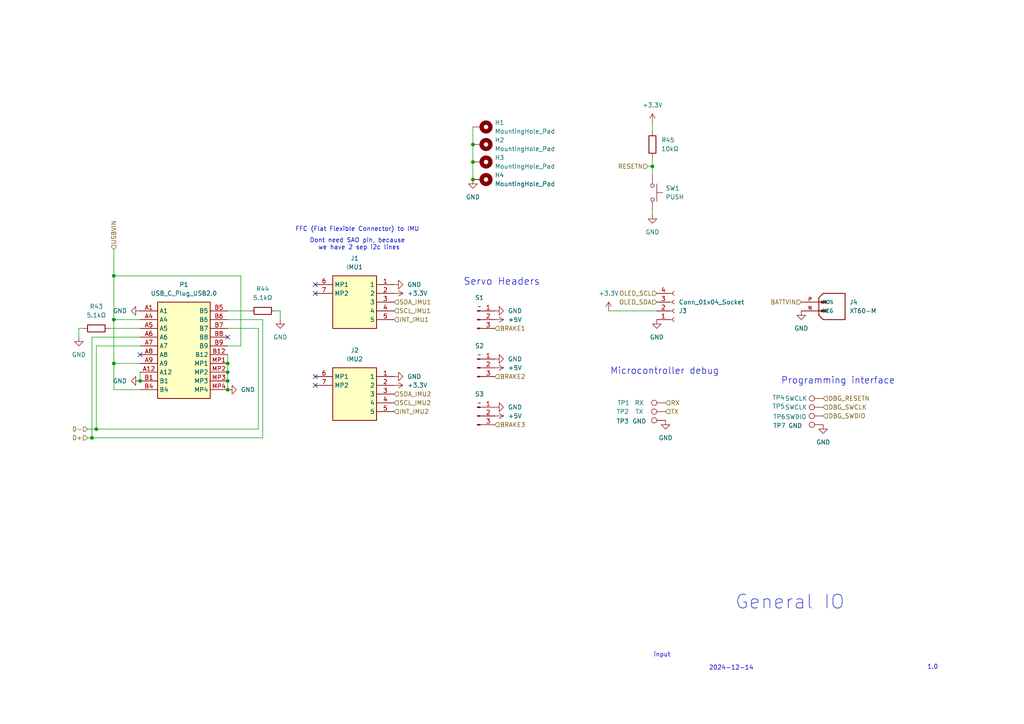
<source format=kicad_sch>
(kicad_sch (version 20250114) (generator "eeschema") (generator_version "9.0")
  (paper "A4")
  (lib_symbols
    (symbol "59453-052110ECHLF:59453-052110ECHLF"
      (property "Reference" "J" (at 19.05 7.62 0))
      (property "Value" "59453-052110ECHLF" (at 19.05 5.08 0))
      (symbol "59453-052110ECHLF_1_1"
        (rectangle (start 5.08 2.54) (end 17.78 -12.7) (stroke (width 0.254)) (fill (type background)))
        (pin passive line (at 0 0 0) (length 5.08) (name "MP1") (number "6"))
        (pin passive line (at 0 -2.54 0) (length 5.08) (name "MP2") (number "7"))
        (pin passive line (at 22.86 0 180) (length 5.08) (name "1") (number "1"))
        (pin passive line (at 22.86 -2.54 180) (length 5.08) (name "2") (number "2"))
        (pin passive line (at 22.86 -5.08 180) (length 5.08) (name "3") (number "3"))
        (pin passive line (at 22.86 -7.62 180) (length 5.08) (name "4") (number "4"))
        (pin passive line (at 22.86 -10.16 180) (length 5.08) (name "5") (number "5"))
      )
    )
    (symbol "Connector:Conn_01x03_Pin" (pin_names (offset 1.016) (hide yes))
      (property "Reference" "J" (at 0 5.08 0))
      (property "Value" "Conn_01x03_Pin" (at 0 -5.08 0))
      (symbol "Conn_01x03_Pin_1_1"
        (rectangle (start 0.8636 2.667) (end 0 2.413) (stroke (width 0.1524)) (fill (type outline)))
        (rectangle (start 0.8636 0.127) (end 0 -0.127) (stroke (width 0.1524)) (fill (type outline)))
        (rectangle (start 0.8636 -2.413) (end 0 -2.667) (stroke (width 0.1524)) (fill (type outline)))
        (polyline (pts (xy 1.27 2.54) (xy 0.8636 2.54)) (stroke (width 0.1524)))
        (polyline (pts (xy 1.27 0) (xy 0.8636 0)) (stroke (width 0.1524)))
        (polyline (pts (xy 1.27 -2.54) (xy 0.8636 -2.54)) (stroke (width 0.1524)))
        (pin passive line (at 5.08 2.54 180) (length 3.81) (name "Pin_1") (number "1"))
        (pin passive line (at 5.08 0 180) (length 3.81) (name "Pin_2") (number "2"))
        (pin passive line (at 5.08 -2.54 180) (length 3.81) (name "Pin_3") (number "3"))
      )
    )
    (symbol "Connector:Conn_01x04_Socket" (pin_names (offset 1.016) (hide yes))
      (property "Reference" "J" (at 0 5.08 0))
      (property "Value" "Conn_01x04_Socket" (at 0 -7.62 0))
      (symbol "Conn_01x04_Socket_1_1"
        (polyline (pts (xy -1.27 2.54) (xy -0.508 2.54)) (stroke (width 0.1524)))
        (polyline (pts (xy -1.27 0) (xy -0.508 0)) (stroke (width 0.1524)))
        (polyline (pts (xy -1.27 -2.54) (xy -0.508 -2.54)) (stroke (width 0.1524)))
        (polyline (pts (xy -1.27 -5.08) (xy -0.508 -5.08)) (stroke (width 0.1524)))
        (arc (start 0 2.032) (mid -0.5058 2.54) (end 0 3.048) (stroke (width 0.1524)))
        (arc (start 0 -0.508) (mid -0.5058 0) (end 0 0.508) (stroke (width 0.1524)))
        (arc (start 0 -3.048) (mid -0.5058 -2.54) (end 0 -2.032) (stroke (width 0.1524)))
        (arc (start 0 -5.588) (mid -0.5058 -5.08) (end 0 -4.572) (stroke (width 0.1524)))
        (pin passive line (at -5.08 2.54 0) (length 3.81) (name "Pin_1") (number "1"))
        (pin passive line (at -5.08 0 0) (length 3.81) (name "Pin_2") (number "2"))
        (pin passive line (at -5.08 -2.54 0) (length 3.81) (name "Pin_3") (number "3"))
        (pin passive line (at -5.08 -5.08 0) (length 3.81) (name "Pin_4") (number "4"))
      )
    )
    (symbol "Connector:TestPoint" (pin_numbers (hide yes)) (pin_names (offset 0.762) (hide yes))
      (property "Reference" "TP" (at 0 6.858 0))
      (property "Value" "TestPoint" (at 0 5.08 0))
      (symbol "TestPoint_0_1"
        (circle (center 0 3.302) (radius 0.762))
      )
      (symbol "TestPoint_1_1"
        (pin passive line (at 0 0 90) (length 2.54) (name "1") (number "1"))
      )
    )
    (symbol "Device:R" (pin_numbers (hide yes)) (pin_names (offset 0))
      (property "Reference" "R" (at 2.032 0 90))
      (property "Value" "R" (at 0 0 90))
      (symbol "R_0_1"
        (rectangle (start -1.016 -2.54) (end 1.016 2.54) (stroke (width 0.254)))
      )
      (symbol "R_1_1"
        (pin passive line (at 0 3.81 270) (length 1.27) (name "~") (number "1"))
        (pin passive line (at 0 -3.81 90) (length 1.27) (name "~") (number "2"))
      )
    )
    (symbol "Mechanical:MountingHole_Pad" (pin_numbers (hide yes)) (pin_names (offset 1.016) (hide yes)) (exclude_from_sim yes) (in_bom no)
      (property "Reference" "H" (at 0 6.35 0))
      (property "Value" "MountingHole_Pad" (at 0 4.445 0))
      (symbol "MountingHole_Pad_0_1"
        (circle (center 0 1.27) (radius 1.27) (stroke (width 1.27)))
      )
      (symbol "MountingHole_Pad_1_1"
        (pin input line (at 0 -2.54 90) (length 2.54) (name "1") (number "1"))
      )
    )
    (symbol "Switch:SW_Push" (pin_numbers (hide yes)) (pin_names (offset 1.016) (hide yes))
      (property "Reference" "SW" (at 1.27 2.54 0))
      (property "Value" "SW_Push" (at 0 -1.524 0))
      (symbol "SW_Push_0_1"
        (circle (center -2.032 0) (radius 0.508))
        (polyline (pts (xy 0 1.27) (xy 0 3.048)))
        (circle (center 2.032 0) (radius 0.508))
        (polyline (pts (xy 2.54 1.27) (xy -2.54 1.27)))
        (pin passive line (at -5.08 0 0) (length 2.54) (name "1") (number "1"))
        (pin passive line (at 5.08 0 180) (length 2.54) (name "2") (number "2"))
      )
    )
    (symbol "USB4110-GF-A:USB4110-GF-A"
      (property "Reference" "J" (at 21.59 7.62 0))
      (property "Value" "USB4110-GF-A" (at 21.59 5.08 0))
      (symbol "USB4110-GF-A_1_1"
        (rectangle (start 5.08 2.54) (end 20.32 -25.4) (stroke (width 0.254)) (fill (type background)))
        (pin passive line (at 0 0 0) (length 5.08) (name "A1") (number "A1"))
        (pin passive line (at 0 -2.54 0) (length 5.08) (name "A4") (number "A4"))
        (pin passive line (at 0 -5.08 0) (length 5.08) (name "A5") (number "A5"))
        (pin passive line (at 0 -7.62 0) (length 5.08) (name "A6") (number "A6"))
        (pin passive line (at 0 -10.16 0) (length 5.08) (name "A7") (number "A7"))
        (pin passive line (at 0 -12.7 0) (length 5.08) (name "A8") (number "A8"))
        (pin passive line (at 0 -15.24 0) (length 5.08) (name "A9") (number "A9"))
        (pin passive line (at 0 -17.78 0) (length 5.08) (name "A12") (number "A12"))
        (pin passive line (at 0 -20.32 0) (length 5.08) (name "B1") (number "B1"))
        (pin passive line (at 0 -22.86 0) (length 5.08) (name "B4") (number "B4"))
        (pin passive line (at 25.4 0 180) (length 5.08) (name "B5") (number "B5"))
        (pin passive line (at 25.4 -2.54 180) (length 5.08) (name "B6") (number "B6"))
        (pin passive line (at 25.4 -5.08 180) (length 5.08) (name "B7") (number "B7"))
        (pin passive line (at 25.4 -7.62 180) (length 5.08) (name "B8") (number "B8"))
        (pin passive line (at 25.4 -10.16 180) (length 5.08) (name "B9") (number "B9"))
        (pin passive line (at 25.4 -12.7 180) (length 5.08) (name "B12") (number "B12"))
        (pin passive line (at 25.4 -15.24 180) (length 5.08) (name "MP1") (number "MP1"))
        (pin passive line (at 25.4 -17.78 180) (length 5.08) (name "MP2") (number "MP2"))
        (pin passive line (at 25.4 -20.32 180) (length 5.08) (name "MP3") (number "MP3"))
        (pin passive line (at 25.4 -22.86 180) (length 5.08) (name "MP4") (number "MP4"))
      )
    )
    (symbol "XT60-M:XT60-M" (pin_names (offset 1.016))
      (property "Reference" "J" (at 0 6.35 0))
      (property "Value" "XT60-M" (at 0 -5.08 0))
      (symbol "XT60-M_0_0"
        (polyline (pts (xy 0 3.81) (xy 0 2.54)) (stroke (width 0.254)))
        (polyline (pts (xy 0 3.81) (xy 1.27 5.08)) (stroke (width 0.254)))
        (polyline (pts (xy 0 2.54) (xy 0 -1.27)) (stroke (width 0.254)))
        (polyline (pts (xy 0 2.54) (xy 1.905 2.54)) (stroke (width 0.254)))
        (polyline (pts (xy 0 0) (xy 1.905 0)) (stroke (width 0.254)))
        (polyline (pts (xy 0 -1.27) (xy 1.27 -2.54)) (stroke (width 0.254)))
        (rectangle (start 0.635 2.2225) (end 2.2225 2.8575) (stroke (width 0.1)) (fill (type outline)))
        (rectangle (start 0.635 -0.3175) (end 2.2225 0.3175) (stroke (width 0.1)) (fill (type outline)))
        (polyline (pts (xy 1.27 -2.54) (xy 7.62 -2.54)) (stroke (width 0.254)))
        (polyline (pts (xy 7.62 5.08) (xy 1.27 5.08)) (stroke (width 0.254)))
        (polyline (pts (xy 7.62 -2.54) (xy 7.62 5.08)) (stroke (width 0.254)))
        (pin passive line (at -5.08 2.54 0) (length 5.08) (name "POS") (number "P"))
        (pin passive line (at -5.08 0 0) (length 5.08) (name "NEG") (number "N"))
      )
    )
    (symbol "power:+3.3V" (power) (pin_numbers (hide yes)) (pin_names (offset 0) (hide yes))
      (property "Value" "+3.3V" (at 0 3.556 0))
      (symbol "+3.3V_0_1"
        (polyline (pts (xy -0.762 1.27) (xy 0 2.54)))
        (polyline (pts (xy 0 2.54) (xy 0.762 1.27)))
        (polyline (pts (xy 0 0) (xy 0 2.54)))
      )
      (symbol "+3.3V_1_1"
        (pin power_in line (at 0 0 90) (length 0) (name "~") (number "1"))
      )
    )
    (symbol "power:+5V" (power) (pin_numbers (hide yes)) (pin_names (offset 0) (hide yes))
      (property "Value" "+5V" (at 0 3.556 0))
      (symbol "+5V_0_1"
        (polyline (pts (xy -0.762 1.27) (xy 0 2.54)))
        (polyline (pts (xy 0 2.54) (xy 0.762 1.27)))
        (polyline (pts (xy 0 0) (xy 0 2.54)))
      )
      (symbol "+5V_1_1"
        (pin power_in line (at 0 0 90) (length 0) (name "~") (number "1"))
      )
    )
    (symbol "power:GND" (power) (pin_numbers (hide yes)) (pin_names (offset 0) (hide yes))
      (property "Value" "GND" (at 0 -3.81 0))
      (symbol "GND_0_1"
        (polyline (pts (xy 0 0) (xy 0 -1.27) (xy 1.27 -1.27) (xy 0 -2.54) (xy -1.27 -1.27) (xy 0 -1.27)))
      )
      (symbol "GND_1_1"
        (pin power_in line (at 0 0 270) (length 0) (name "~") (number "1"))
      )
    )
  )
  (text "input\n" (at 192.024 189.992 0) (effects (font (size 1.27 1.27))))
  (text "Dont need SAO pin, because \nwe have 2 sep i2c lines" (at 104.14 70.866 0) (effects (font (size 1.27 1.27))))
  (text "General IO" (at 229.108 174.752 0) (effects (font (size 4 4))))
  (text "FFC (Flat Flexible Connector) to IMU" (at 103.632 66.548 0) (effects (font (size 1.27 1.27))))
  (text "Programming interface" (at 243.078 110.49 0) (effects (font (size 1.905 1.905))))
  (text "Microcontroller debug" (at 192.786 107.696 0) (effects (font (size 1.905 1.905))))
  (text "Servo Headers" (at 145.542 81.788 0) (effects (font (size 2.032 2.032))))
  (text "2024-12-14" (at 212.09 193.802 0) (effects (font (size 1.27 1.27))))
  (text "1.0" (at 270.51 193.548 0) (effects (font (size 1.27 1.27))))
  (junction (at 137.16 41.91))
  (junction (at 40.64 110.49))
  (junction (at 189.23 48.26))
  (junction (at 66.04 105.41))
  (junction (at 26.67 127))
  (junction (at 66.04 110.49))
  (junction (at 33.02 80.01))
  (junction (at 137.16 52.07))
  (junction (at 137.16 46.99))
  (junction (at 33.02 92.71))
  (junction (at 66.04 113.03))
  (junction (at 27.94 124.46))
  (junction (at 33.02 105.41))
  (junction (at 66.04 107.95))
  (no_connect (at 91.44 109.22))
  (no_connect (at 91.44 111.76))
  (no_connect (at 91.44 85.09))
  (no_connect (at 40.64 102.87))
  (no_connect (at 91.44 82.55))
  (no_connect (at 66.04 97.79))
  (wire (pts (xy 66.04 102.87) (xy 66.04 105.41)))
  (wire (pts (xy 66.04 107.95) (xy 66.04 110.49)))
  (wire (pts (xy 176.53 90.17) (xy 190.5 90.17)))
  (wire (pts (xy 26.67 97.79) (xy 40.64 97.79)))
  (wire (pts (xy 27.94 124.46) (xy 74.93 124.46)))
  (wire (pts (xy 33.02 92.71) (xy 40.64 92.71)))
  (wire (pts (xy 66.04 100.33) (xy 69.85 100.33)))
  (wire (pts (xy 26.67 127) (xy 76.2 127)))
  (wire (pts (xy 189.23 35.56) (xy 189.23 38.1)))
  (wire (pts (xy 74.93 95.25) (xy 74.93 124.46)))
  (wire (pts (xy 69.85 80.01) (xy 33.02 80.01)))
  (wire (pts (xy 187.96 48.26) (xy 189.23 48.26)))
  (wire (pts (xy 25.4 127) (xy 26.67 127)))
  (wire (pts (xy 66.04 95.25) (xy 74.93 95.25)))
  (wire (pts (xy 189.23 60.96) (xy 189.23 62.23)))
  (wire (pts (xy 33.02 92.71) (xy 33.02 105.41)))
  (wire (pts (xy 66.04 90.17) (xy 72.39 90.17)))
  (wire (pts (xy 26.67 127) (xy 26.67 97.79)))
  (wire (pts (xy 27.94 124.46) (xy 27.94 100.33)))
  (wire (pts (xy 66.04 105.41) (xy 66.04 107.95)))
  (wire (pts (xy 137.16 36.83) (xy 137.16 41.91)))
  (wire (pts (xy 137.16 46.99) (xy 137.16 52.07)))
  (wire (pts (xy 22.86 95.25) (xy 22.86 97.79)))
  (wire (pts (xy 33.02 105.41) (xy 40.64 105.41)))
  (wire (pts (xy 189.23 48.26) (xy 189.23 50.8)))
  (wire (pts (xy 33.02 72.39) (xy 33.02 80.01)))
  (wire (pts (xy 33.02 80.01) (xy 33.02 92.71)))
  (wire (pts (xy 40.64 107.95) (xy 40.64 110.49)))
  (wire (pts (xy 69.85 100.33) (xy 69.85 80.01)))
  (wire (pts (xy 25.4 124.46) (xy 27.94 124.46)))
  (wire (pts (xy 66.04 92.71) (xy 76.2 92.71)))
  (wire (pts (xy 40.64 113.03) (xy 33.02 113.03)))
  (wire (pts (xy 31.75 95.25) (xy 40.64 95.25)))
  (wire (pts (xy 189.23 45.72) (xy 189.23 48.26)))
  (wire (pts (xy 80.01 90.17) (xy 81.28 90.17)))
  (wire (pts (xy 137.16 41.91) (xy 137.16 46.99)))
  (wire (pts (xy 76.2 92.71) (xy 76.2 127)))
  (wire (pts (xy 81.28 90.17) (xy 81.28 92.71)))
  (wire (pts (xy 27.94 100.33) (xy 40.64 100.33)))
  (wire (pts (xy 66.04 110.49) (xy 66.04 113.03)))
  (wire (pts (xy 24.13 95.25) (xy 22.86 95.25)))
  (wire (pts (xy 33.02 113.03) (xy 33.02 105.41)))
  (hierarchical_label "RX" (shape input) (at 193.04 116.84 0))
  (hierarchical_label "OLED_SDA" (shape input) (at 190.5 87.63 180))
  (hierarchical_label "SDA_IMU2" (shape input) (at 114.3 114.3 0))
  (hierarchical_label "SCL_IMU2" (shape input) (at 114.3 116.84 0))
  (hierarchical_label "DBG_RESETN" (shape input) (at 238.76 115.57 0))
  (hierarchical_label "TX" (shape input) (at 193.04 119.38 0))
  (hierarchical_label "D+" (shape input) (at 25.4 127 180))
  (hierarchical_label "RESETN" (shape input) (at 187.96 48.26 180))
  (hierarchical_label "OLED_SCL" (shape input) (at 190.5 85.09 180))
  (hierarchical_label "INT_IMU2" (shape input) (at 114.3 119.38 0))
  (hierarchical_label "DBG_SWCLK" (shape input) (at 238.76 118.11 0))
  (hierarchical_label "BRAKE2" (shape input) (at 143.51 109.22 0))
  (hierarchical_label "BRAKE1" (shape input) (at 143.51 95.25 0))
  (hierarchical_label "BATTVIN" (shape input) (at 232.41 87.63 180))
  (hierarchical_label "SCL_IMU1" (shape input) (at 114.3 90.17 0))
  (hierarchical_label "D-" (shape input) (at 25.4 124.46 180))
  (hierarchical_label "DBG_SWDIO" (shape input) (at 238.76 120.65 0))
  (hierarchical_label "BRAKE3" (shape input) (at 143.51 123.19 0))
  (hierarchical_label "USBVIN" (shape input) (at 33.02 72.39 90))
  (hierarchical_label "SDA_IMU1" (shape input) (at 114.3 87.63 0))
  (hierarchical_label "INT_IMU1" (shape input) (at 114.3 92.71 0))
  (symbol (lib_id "Connector:Conn_01x03_Pin") (at 138.43 120.65 0) (unit 1)
    (property "Reference" "S3" (at 139.065 114.3 0))
    (property "Value" "~" (at 139.065 116.84 0))
    (property "Footprint" "Connector_PinHeader_2.54mm:PinHeader_1x03_P2.54mm_Vertical" (effects (hide yes)))
    (property "Description" "Generic connector, single row, 01x03, script generated" (effects (hide yes)))
  )
  (symbol (lib_id "Connector:TestPoint") (at 238.76 123.19 90) (mirror x) (unit 1)
    (property "Reference" "TP7" (at 226.06 123.444 90))
    (property "Value" "GND" (at 230.632 123.444 90))
    (property "Footprint" "TestPoint:TestPoint_Pad_D1.5mm" (effects (hide yes)))
    (property "Description" "test point" (effects (hide yes)))
  )
  (symbol (lib_id "power:+5V") (at 143.51 92.71 270) (unit 1)
    (property "Reference" "#PWR076" (effects (hide yes)))
    (property "Value" "+5V" (at 147.32 92.7099 90) (effects (justify left)))
    (property "Description" "Power symbol creates a global label with name \"+5V\"" (effects (hide yes)))
  )
  (symbol (lib_id "power:+3.3V") (at 189.23 35.56 0) (unit 1)
    (property "Reference" "#PWR082" (effects (hide yes)))
    (property "Value" "+3.3V" (at 189.23 30.48 0))
    (property "Description" "Power symbol creates a global label with name \"+3.3V\"" (effects (hide yes)))
  )
  (symbol (lib_id "Switch:SW_Push") (at 189.23 55.88 270) (unit 1)
    (property "Reference" "SW1" (at 193.04 54.6099 90) (effects (justify left)))
    (property "Value" "PUSH" (at 193.04 57.1499 90) (effects (justify left)))
    (property "Footprint" "Button_Switch_THT:SW_PUSH_6mm" (effects (hide yes)))
    (property "Description" "Push button switch, generic, two pins" (effects (hide yes)))
  )
  (symbol (lib_id "power:GND") (at 81.28 92.71 0) (unit 1)
    (property "Reference" "#PWR069" (effects (hide yes)))
    (property "Value" "GND" (at 81.28 97.79 0))
    (property "Description" "Power symbol creates a global label with name \"GND\" , ground" (effects (hide yes)))
  )
  (symbol (lib_id "Connector:TestPoint") (at 193.04 121.92 90) (mirror x) (unit 1)
    (property "Reference" "TP3" (at 180.594 122.174 90))
    (property "Value" "GND" (at 185.42 122.174 90))
    (property "Footprint" "TestPoint:TestPoint_Pad_D1.5mm" (effects (hide yes)))
    (property "Description" "test point" (effects (hide yes)))
  )
  (symbol (lib_id "59453-052110ECHLF:59453-052110ECHLF") (at 91.44 109.22 0) (unit 1)
    (property "Reference" "J2" (at 102.87 101.6 0))
    (property "Value" "IMU2" (at 102.87 104.14 0))
    (property "Footprint" "kuben-footprints:59453052110ECHLF" (effects (hide yes)))
    (property "Datasheet" "https://cdn.amphenol-cs.com/media/wysiwyg/files/drawing/59453-0_2110echlf.pdf" (effects (hide yes)))
    (property "Description" "0.50mm Flex Connectors, FPC/FFC Side Entry ZIF Connector, Surface Mount, 5 Positions, Top Contact, 0.50mm (0.020in) Pitch." (effects (hide yes)))
    (property "Height" "1" (effects (hide yes)))
    (property "Manufacturer_Name" "Amphenol Communications Solutions" (effects (hide yes)))
    (property "Manufacturer_Part_Number" "59453-052110ECHLF" (effects (hide yes)))
  )
  (symbol (lib_id "Mechanical:MountingHole_Pad") (at 139.7 52.07 270) (unit 1) (exclude_from_sim yes) (in_bom no)
    (property "Reference" "H4" (at 143.51 50.7999 90) (effects (justify left)))
    (property "Value" "MountingHole_Pad" (at 143.51 53.3399 90) (effects (justify left)))
    (property "Footprint" "MountingHole:MountingHole_3.2mm_M3_DIN965_Pad" (effects (hide yes)))
    (property "Description" "Mounting Hole with connection" (effects (hide yes)))
  )
  (symbol (lib_id "Mechanical:MountingHole_Pad") (at 139.7 36.83 270) (unit 1) (exclude_from_sim yes) (in_bom no)
    (property "Reference" "H1" (at 143.51 35.5599 90) (effects (justify left)))
    (property "Value" "MountingHole_Pad" (at 143.51 38.0999 90) (effects (justify left)))
    (property "Footprint" "MountingHole:MountingHole_3.2mm_M3_DIN965_Pad" (effects (hide yes)))
    (property "Description" "Mounting Hole with connection" (effects (hide yes)))
  )
  (symbol (lib_id "power:GND") (at 137.16 52.07 0) (unit 1)
    (property "Reference" "#PWR074" (effects (hide yes)))
    (property "Value" "GND" (at 137.16 57.15 0))
    (property "Description" "Power symbol creates a global label with name \"GND\" , ground" (effects (hide yes)))
  )
  (symbol (lib_id "power:GND") (at 143.51 90.17 90) (unit 1)
    (property "Reference" "#PWR075" (effects (hide yes)))
    (property "Value" "GND" (at 147.32 90.1699 90) (effects (justify right)))
    (property "Description" "Power symbol creates a global label with name \"GND\" , ground" (effects (hide yes)))
  )
  (symbol (lib_id "Device:R") (at 189.23 41.91 0) (unit 1)
    (property "Reference" "R45" (at 191.77 40.6399 0) (effects (justify left)))
    (property "Value" "10kΩ" (at 191.77 43.1799 0) (effects (justify left)))
    (property "Footprint" "Resistor_SMD:R_0603_1608Metric" (effects (hide yes)))
    (property "Description" "Resistor" (effects (hide yes)))
  )
  (symbol (lib_id "power:+5V") (at 143.51 106.68 270) (unit 1)
    (property "Reference" "#PWR078" (effects (hide yes)))
    (property "Value" "+5V" (at 147.32 106.6799 90) (effects (justify left)))
    (property "Description" "Power symbol creates a global label with name \"+5V\"" (effects (hide yes)))
  )
  (symbol (lib_id "USB4110-GF-A:USB4110-GF-A") (at 40.64 90.17 0) (unit 1)
    (property "Reference" "P1" (at 53.34 82.55 0))
    (property "Value" "USB_C_Plug_USB2.0" (at 53.34 85.09 0))
    (property "Footprint" "kuben-footprints:USB4110GFA" (effects (hide yes)))
    (property "Datasheet" "https://gct.co/files/drawings/usb4110.pdf" (effects (hide yes)))
    (property "Description" "CONN USB 2.0 TYPE-C R/A SMT" (effects (hide yes)))
    (property "Height" "3.26" (effects (hide yes)))
    (property "Mouser Part Number" "640-USB4110-GF-A" (effects (hide yes)))
    (property "Mouser Price/Stock" "https://www.mouser.co.uk/ProductDetail/GCT/USB4110-GF-A?qs=KUoIvG%2F9IlYiZvIXQjyJeA%3D%3D" (effects (hide yes)))
    (property "Manufacturer_Name" "GCT (GLOBAL CONNECTOR TECHNOLOGY)" (effects (hide yes)))
    (property "Manufacturer_Part_Number" "USB4110-GF-A" (effects (hide yes)))
  )
  (symbol (lib_id "power:GND") (at 114.3 109.22 90) (unit 1)
    (property "Reference" "#PWR072" (effects (hide yes)))
    (property "Value" "GND" (at 118.11 109.2199 90) (effects (justify right)))
    (property "Description" "Power symbol creates a global label with name \"GND\" , ground" (effects (hide yes)))
  )
  (symbol (lib_id "power:GND") (at 193.04 121.92 0) (unit 1)
    (property "Reference" "#PWR085" (effects (hide yes)))
    (property "Value" "GND" (at 193.04 127 0))
    (property "Description" "Power symbol creates a global label with name \"GND\" , ground" (effects (hide yes)))
  )
  (symbol (lib_id "power:GND") (at 190.5 92.71 0) (unit 1)
    (property "Reference" "#PWR084" (effects (hide yes)))
    (property "Value" "GND" (at 190.5 97.79 0))
    (property "Description" "Power symbol creates a global label with name \"GND\" , ground" (effects (hide yes)))
  )
  (symbol (lib_id "power:GND") (at 66.04 113.03 90) (unit 1)
    (property "Reference" "#PWR068" (effects (hide yes)))
    (property "Value" "GND" (at 69.85 113.0299 90) (effects (justify right)))
    (property "Description" "Power symbol creates a global label with name \"GND\" , ground" (effects (hide yes)))
  )
  (symbol (lib_id "power:GND") (at 143.51 118.11 90) (unit 1)
    (property "Reference" "#PWR079" (effects (hide yes)))
    (property "Value" "GND" (at 147.32 118.1099 90) (effects (justify right)))
    (property "Description" "Power symbol creates a global label with name \"GND\" , ground" (effects (hide yes)))
  )
  (symbol (lib_id "power:+5V") (at 143.51 120.65 270) (unit 1)
    (property "Reference" "#PWR080" (effects (hide yes)))
    (property "Value" "+5V" (at 147.32 120.6499 90) (effects (justify left)))
    (property "Description" "Power symbol creates a global label with name \"+5V\"" (effects (hide yes)))
  )
  (symbol (lib_id "power:GND") (at 143.51 104.14 90) (unit 1)
    (property "Reference" "#PWR077" (effects (hide yes)))
    (property "Value" "GND" (at 147.32 104.1399 90) (effects (justify right)))
    (property "Description" "Power symbol creates a global label with name \"GND\" , ground" (effects (hide yes)))
  )
  (symbol (lib_id "Device:R") (at 76.2 90.17 270) (unit 1)
    (property "Reference" "R44" (at 76.2 83.82 90))
    (property "Value" "5.1kΩ" (at 76.2 86.36 90))
    (property "Footprint" "Resistor_SMD:R_0603_1608Metric" (effects (hide yes)))
    (property "Description" "Resistor" (effects (hide yes)))
  )
  (symbol (lib_id "power:GND") (at 232.41 90.17 0) (unit 1)
    (property "Reference" "#PWR086" (effects (hide yes)))
    (property "Value" "GND" (at 232.41 95.25 0))
    (property "Description" "Power symbol creates a global label with name \"GND\" , ground" (effects (hide yes)))
  )
  (symbol (lib_id "Connector:TestPoint") (at 238.76 118.11 90) (unit 1)
    (property "Reference" "TP5" (at 225.806 117.856 90))
    (property "Value" "SWCLK" (at 230.886 118.11 90))
    (property "Footprint" "TestPoint:TestPoint_Pad_D1.5mm" (effects (hide yes)))
    (property "Description" "test point" (effects (hide yes)))
  )
  (symbol (lib_id "Connector:Conn_01x03_Pin") (at 138.43 92.71 0) (unit 1)
    (property "Reference" "S1" (at 139.065 86.36 0))
    (property "Value" "~" (at 139.065 88.9 0))
    (property "Footprint" "Connector_PinHeader_2.54mm:PinHeader_1x03_P2.54mm_Vertical" (effects (hide yes)))
    (property "Description" "Generic connector, single row, 01x03, script generated" (effects (hide yes)))
  )
  (symbol (lib_id "Connector:TestPoint") (at 238.76 120.65 90) (mirror x) (unit 1)
    (property "Reference" "TP6" (at 226.06 120.904 90))
    (property "Value" "SWDIO" (at 230.886 120.904 90))
    (property "Footprint" "TestPoint:TestPoint_Pad_D1.5mm" (effects (hide yes)))
    (property "Description" "test point" (effects (hide yes)))
  )
  (symbol (lib_id "Mechanical:MountingHole_Pad") (at 139.7 41.91 270) (unit 1) (exclude_from_sim yes) (in_bom no)
    (property "Reference" "H2" (at 143.51 40.6399 90) (effects (justify left)))
    (property "Value" "MountingHole_Pad" (at 143.51 43.1799 90) (effects (justify left)))
    (property "Footprint" "MountingHole:MountingHole_3.2mm_M3_DIN965_Pad" (effects (hide yes)))
    (property "Description" "Mounting Hole with connection" (effects (hide yes)))
  )
  (symbol (lib_id "power:GND") (at 238.76 123.19 0) (unit 1)
    (property "Reference" "#PWR087" (effects (hide yes)))
    (property "Value" "GND" (at 238.76 128.27 0))
    (property "Description" "Power symbol creates a global label with name \"GND\" , ground" (effects (hide yes)))
  )
  (symbol (lib_id "59453-052110ECHLF:59453-052110ECHLF") (at 91.44 82.55 0) (unit 1)
    (property "Reference" "J1" (at 102.87 74.93 0))
    (property "Value" "IMU1" (at 102.87 77.47 0))
    (property "Footprint" "kuben-footprints:59453052110ECHLF" (effects (hide yes)))
    (property "Datasheet" "https://cdn.amphenol-cs.com/media/wysiwyg/files/drawing/59453-0_2110echlf.pdf" (effects (hide yes)))
    (property "Description" "0.50mm Flex Connectors, FPC/FFC Side Entry ZIF Connector, Surface Mount, 5 Positions, Top Contact, 0.50mm (0.020in) Pitch." (effects (hide yes)))
    (property "Height" "1" (effects (hide yes)))
    (property "Manufacturer_Name" "Amphenol Communications Solutions" (effects (hide yes)))
    (property "Manufacturer_Part_Number" "59453-052110ECHLF" (effects (hide yes)))
  )
  (symbol (lib_id "Connector:TestPoint") (at 193.04 119.38 90) (mirror x) (unit 1)
    (property "Reference" "TP2" (at 180.594 119.38 90))
    (property "Value" "TX" (at 185.42 119.38 90))
    (property "Footprint" "TestPoint:TestPoint_Pad_D1.5mm" (effects (hide yes)))
    (property "Description" "test point" (effects (hide yes)))
  )
  (symbol (lib_id "Mechanical:MountingHole_Pad") (at 139.7 46.99 270) (unit 1) (exclude_from_sim yes) (in_bom no)
    (property "Reference" "H3" (at 143.51 45.7199 90) (effects (justify left)))
    (property "Value" "MountingHole_Pad" (at 143.51 48.2599 90) (effects (justify left)))
    (property "Footprint" "MountingHole:MountingHole_3.2mm_M3_DIN965_Pad" (effects (hide yes)))
    (property "Description" "Mounting Hole with connection" (effects (hide yes)))
  )
  (symbol (lib_id "power:GND") (at 189.23 62.23 0) (unit 1)
    (property "Reference" "#PWR083" (effects (hide yes)))
    (property "Value" "GND" (at 189.23 67.31 0))
    (property "Description" "Power symbol creates a global label with name \"GND\" , ground" (effects (hide yes)))
  )
  (symbol (lib_id "power:+3.3V") (at 114.3 111.76 270) (unit 1)
    (property "Reference" "#PWR073" (effects (hide yes)))
    (property "Value" "+3.3V" (at 118.11 111.7599 90) (effects (justify left)))
    (property "Description" "Power symbol creates a global label with name \"+3.3V\"" (effects (hide yes)))
  )
  (symbol (lib_id "Device:R") (at 27.94 95.25 270) (unit 1)
    (property "Reference" "R43" (at 27.94 88.9 90))
    (property "Value" "5.1kΩ" (at 27.94 91.44 90))
    (property "Footprint" "Resistor_SMD:R_0603_1608Metric" (effects (hide yes)))
    (property "Description" "Resistor" (effects (hide yes)))
  )
  (symbol (lib_id "Connector:Conn_01x03_Pin") (at 138.43 106.68 0) (unit 1)
    (property "Reference" "S2" (at 139.065 100.33 0))
    (property "Value" "~" (at 139.065 102.87 0))
    (property "Footprint" "Connector_PinHeader_2.54mm:PinHeader_1x03_P2.54mm_Vertical" (effects (hide yes)))
    (property "Description" "Generic connector, single row, 01x03, script generated" (effects (hide yes)))
  )
  (symbol (lib_id "power:GND") (at 114.3 82.55 90) (unit 1)
    (property "Reference" "#PWR070" (effects (hide yes)))
    (property "Value" "GND" (at 118.11 82.5499 90) (effects (justify right)))
    (property "Description" "Power symbol creates a global label with name \"GND\" , ground" (effects (hide yes)))
  )
  (symbol (lib_id "power:GND") (at 40.64 110.49 270) (unit 1)
    (property "Reference" "#PWR067" (effects (hide yes)))
    (property "Value" "GND" (at 36.83 110.4899 90) (effects (justify right)))
    (property "Description" "Power symbol creates a global label with name \"GND\" , ground" (effects (hide yes)))
  )
  (symbol (lib_id "XT60-M:XT60-M") (at 237.49 90.17 0) (unit 1)
    (property "Reference" "J4" (at 246.38 87.6299 0) (effects (justify left)))
    (property "Value" "XT60-M" (at 246.38 90.1699 0) (effects (justify left)))
    (property "Footprint" "kuben-footprints:AMASS_XT60-M" (effects (hide yes)))
    (property "MF" "AMASS" (effects (hide yes)))
    (property "MAXIMUM_PACKAGE_HEIGHT" "16.00 mm" (effects (hide yes)))
    (property "Package" "Package" (effects (hide yes)))
    (property "Price" "None" (effects (hide yes)))
    (property "Check_prices" "https://www.snapeda.com/parts/XT60-M/AMASS/view-part/?ref=eda" (effects (hide yes)))
    (property "STANDARD" "IPC 7351B" (effects (hide yes)))
    (property "PARTREV" "V1.2" (effects (hide yes)))
    (property "SnapEDA_Link" "https://www.snapeda.com/parts/XT60-M/AMASS/view-part/?ref=snap" (effects (hide yes)))
    (property "MP" "XT60-M" (effects (hide yes)))
    (property "Description_1" "\n                        \n                            Plug; DC supply; XT60; male; PIN: 2; for cable; soldered; 30A; 500V\n                        \n" (effects (hide yes)))
    (property "Availability" "Not in stock" (effects (hide yes)))
    (property "MANUFACTURER" "AMASS" (effects (hide yes)))
  )
  (symbol (lib_id "power:GND") (at 40.64 90.17 270) (unit 1)
    (property "Reference" "#PWR066" (effects (hide yes)))
    (property "Value" "GND" (at 36.83 90.1699 90) (effects (justify right)))
    (property "Description" "Power symbol creates a global label with name \"GND\" , ground" (effects (hide yes)))
  )
  (symbol (lib_id "power:+3.3V") (at 176.53 90.17 0) (unit 1)
    (property "Reference" "#PWR081" (effects (hide yes)))
    (property "Value" "+3.3V" (at 176.53 85.09 0))
    (property "Description" "Power symbol creates a global label with name \"+3.3V\"" (effects (hide yes)))
  )
  (symbol (lib_id "Connector:Conn_01x04_Socket") (at 195.58 90.17 0) (mirror x) (unit 1)
    (property "Reference" "J3" (at 196.85 90.1701 0) (effects (justify left)))
    (property "Value" "Conn_01x04_Socket" (at 196.85 87.6301 0) (effects (justify left)))
    (property "Footprint" "Connector_PinSocket_2.54mm:PinSocket_1x04_P2.54mm_Vertical" (effects (hide yes)))
    (property "Description" "Generic connector, single row, 01x04, script generated" (effects (hide yes)))
  )
  (symbol (lib_id "Connector:TestPoint") (at 193.04 116.84 90) (unit 1)
    (property "Reference" "TP1" (at 180.848 116.84 90))
    (property "Value" "RX" (at 185.42 116.84 90))
    (property "Footprint" "TestPoint:TestPoint_Pad_D1.5mm" (effects (hide yes)))
    (property "Description" "test point" (effects (hide yes)))
  )
  (symbol (lib_id "power:GND") (at 22.86 97.79 0) (unit 1)
    (property "Reference" "#PWR065" (effects (hide yes)))
    (property "Value" "GND" (at 22.86 102.87 0))
    (property "Description" "Power symbol creates a global label with name \"GND\" , ground" (effects (hide yes)))
  )
  (symbol (lib_id "power:+3.3V") (at 114.3 85.09 270) (unit 1)
    (property "Reference" "#PWR071" (effects (hide yes)))
    (property "Value" "+3.3V" (at 118.11 85.0899 90) (effects (justify left)))
    (property "Description" "Power symbol creates a global label with name \"+3.3V\"" (effects (hide yes)))
  )
  (symbol (lib_id "Connector:TestPoint") (at 238.76 115.57 90) (unit 1)
    (property "Reference" "TP4" (at 225.806 115.316 90))
    (property "Value" "SWCLK" (at 230.886 115.57 90))
    (property "Footprint" "TestPoint:TestPoint_Pad_D1.5mm" (effects (hide yes)))
    (property "Description" "test point" (effects (hide yes)))
  )
)
</source>
